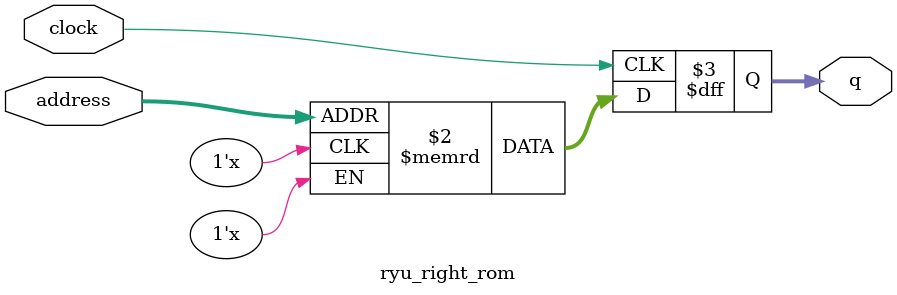
<source format=sv>
module ryu_right_rom (
	input logic clock,
	input logic [12:0] address,
	output logic [3:0] q
);

logic [3:0] memory [0:5887] /* synthesis ram_init_file = "./ryu_right/ryu_right.mif" */;

always_ff @ (posedge clock) begin
	q <= memory[address];
end

endmodule

</source>
